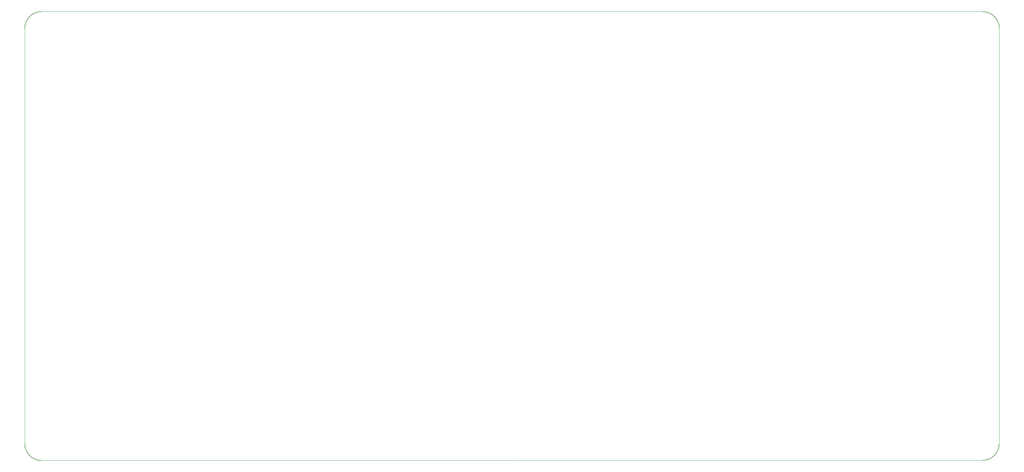
<source format=gbr>
%TF.GenerationSoftware,KiCad,Pcbnew,8.0.8*%
%TF.CreationDate,2025-01-25T15:20:35-08:00*%
%TF.ProjectId,CustomKeyboard,43757374-6f6d-44b6-9579-626f6172642e,rev?*%
%TF.SameCoordinates,Original*%
%TF.FileFunction,Profile,NP*%
%FSLAX46Y46*%
G04 Gerber Fmt 4.6, Leading zero omitted, Abs format (unit mm)*
G04 Created by KiCad (PCBNEW 8.0.8) date 2025-01-25 15:20:35*
%MOMM*%
%LPD*%
G01*
G04 APERTURE LIST*
%TA.AperFunction,Profile*%
%ADD10C,0.050000*%
%TD*%
%TA.AperFunction,Profile*%
%ADD11C,0.200000*%
%TD*%
G04 APERTURE END LIST*
D10*
X318964466Y-159964466D02*
X36000000Y-160000000D01*
X324000000Y-30000000D02*
X323964466Y-154964466D01*
X36000000Y-25000000D02*
X319000000Y-25000000D01*
X31000000Y-155000000D02*
X31000000Y-30000000D01*
D11*
X323964466Y-154964466D02*
G75*
G02*
X318964466Y-159964466I-5000000J0D01*
G01*
X36000000Y-160000000D02*
G75*
G02*
X31000000Y-155000000I0J5000000D01*
G01*
X319000000Y-25000000D02*
G75*
G02*
X324000000Y-30000000I0J-5000000D01*
G01*
X31000000Y-30000000D02*
G75*
G02*
X36000000Y-25000000I5000000J0D01*
G01*
M02*

</source>
